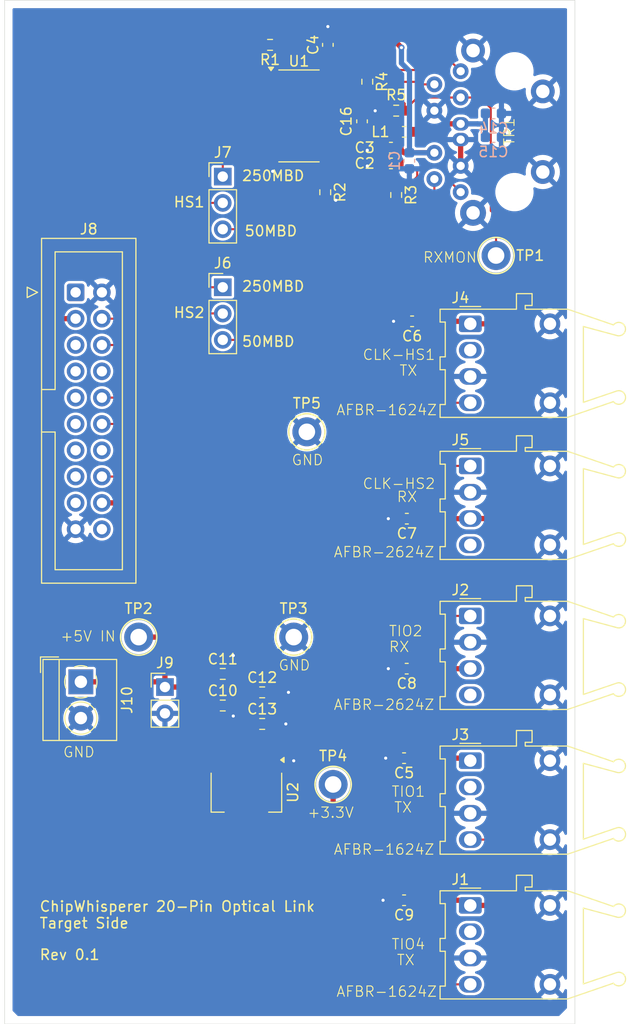
<source format=kicad_pcb>
(kicad_pcb (version 20240108) (generator "pcbnew") (generator_version "8.0")
  (layers (0 "F.Cu" signal) (31 "B.Cu" signal) (34 "B.Paste" user) (35 "F.Paste" user) (36 "B.SilkS" user "B.Silkscreen") (37 "F.SilkS" user "F.Silkscreen") (38 "B.Mask" user) (39 "F.Mask" user) (44 "Edge.Cuts" user))
  (net 0 "")
  (net 1 "GND")
  (net 2 "VCC")
  (net 3 "Net-(J10-Pin_1)")
  (net 4 "Net-(J6-Pin_1)")
  (net 5 "Net-(J5-Data_Out)")
  (net 6 "Net-(J7-Pin_1)")
  (net 7 "Net-(J4-Data_in)")
  (net 10 "/CWPins/TG_SCK")
  (net 11 "/CWPins/TG_nRST")
  (net 13 "RXIN")
  (net 14 "/CWPins/TG_MOSI")
  (net 15 "/CWPins/TG_MISO")
  (net 17 "/CWPins/TG_TIO3")
  (net 19 "TRIGOUT")
  (net 20 "TXOUT")
  (net 21 "/CWPins/TG_CS")
  (net 22 "Net-(U1-DE)")
  (net 23 "Net-(U1-~{RE})")
  (net 24 "Net-(TR1-DI-)")
  (net 25 "Net-(TR1-DI+)")
  (net 26 "Net-(TR1-RD-)")
  (net 27 "Net-(TR1-RD+)")
  (net 28 "Net-(TR1-MON)")
  (net 38 "Net-(TR1-VDD_RX)")
  (net 39 "CLKTOCW_HS1")
  (net 40 "CLKFROMCW_HS2")
  (footprint "Resistor_SMD:R_0603_1608Metric" (layer "F.Cu") (at 161.544 120.396)
    (property "Reference" "C13" (at 0 -1.43 0) (layer "F.SilkS"))
    (property "Value" "2u2")
    (pad "1" smd roundrect (at -0.825 0) (size 0.8 0.95) (layers "F.Cu" "F.Paste" "F.Mask") (net 2 "VCC"))
    (pad "2" smd roundrect (at 0.825 0) (size 0.8 0.95) (layers "F.Cu" "F.Paste" "F.Mask") (net 1 "GND"))
  )
  (footprint "Package_TO_SOT_SMD:SOT-223-3_TabPin2" (layer "F.Cu") (at 160.02 127 -90)
    (property "Reference" "U2" (at 0 -4.5 90) (layer "F.SilkS"))
    (property "Value" "LD1117S33TR_SOT223")
    (pad "1" smd roundrect (at -3.15 -2.3 270) (size 2 1.5) (layers "F.Cu" "F.Paste" "F.Mask") (net 1 "GND"))
    (pad "2" smd roundrect (at -3.15 0 270) (size 2 1.5) (layers "F.Cu" "F.Paste" "F.Mask") (net 2 "VCC"))
    (pad "2" smd roundrect (at 3.15 0 270) (size 2 3.8) (layers "F.Cu" "F.Paste" "F.Mask") (net 2 "VCC"))
    (pad "3" smd roundrect (at -3.15 2.3 270) (size 2 1.5) (layers "F.Cu" "F.Paste" "F.Mask") (net 3 "Net-(J10-Pin_1)"))
  )
  (footprint "Resistor_SMD:R_0603_1608Metric" (layer "F.Cu") (at 161.544 117.348)
    (property "Reference" "C12" (at 0 -1.43 0) (layer "F.SilkS"))
    (property "Value" "100n")
    (pad "1" smd roundrect (at -0.825 0) (size 0.8 0.95) (layers "F.Cu" "F.Paste" "F.Mask") (net 2 "VCC"))
    (pad "2" smd roundrect (at 0.825 0) (size 0.8 0.95) (layers "F.Cu" "F.Paste" "F.Mask") (net 1 "GND"))
  )
  (footprint "Resistor_SMD:R_0603_1608Metric" (layer "F.Cu") (at 167.64 69.076 -90)
    (property "Reference" "R2" (at 0 -1.43 90) (layer "F.SilkS"))
    (property "Value" "1K")
    (pad "1" smd roundrect (at -0.825 0 270) (size 0.8 0.95) (layers "F.Cu" "F.Paste" "F.Mask") (net 23 "Net-(U1-~{RE})"))
    (pad "2" smd roundrect (at 0.825 0 270) (size 0.8 0.95) (layers "F.Cu" "F.Paste" "F.Mask") (net 1 "GND"))
  )
  (footprint "OptoDevice:Broadcom_AFBR-16xxZ_Horizontal" (layer "F.Cu") (at 181.661 123.94)
    (property "Reference" "J3" (at -0.96 -2.5 0) (layer "F.SilkS"))
    (property "Value" "AFBR-1624Z")
    (pad "1" thru_hole roundrect (at 0 0) (size 2.2 1.6) (drill 1.2) (layers "*.Cu" "*.Mask") (roundrect_rratio 0.156) (net 2 "VCC"))
    (pad "2" thru_hole oval (at 0 2.54) (size 2.2 1.6) (drill 1.2) (layers "*.Cu" "*.Mask"))
    (pad "3" thru_hole oval (at 0 5.08) (size 2.2 1.6) (drill 1.2) (layers "*.Cu" "*.Mask") (net 1 "GND"))
    (pad "4" thru_hole oval (at 0 7.62) (size 2.2 1.6) (drill 1.2) (layers "*.Cu" "*.Mask") (net 20 "TXOUT"))
    (pad "5" thru_hole circle (at 7.7 7.62) (size 2 2) (drill 1.2) (layers "*.Cu" "*.Mask") (net 1 "GND"))
    (pad "8" thru_hole circle (at 7.7 0) (size 2 2) (drill 1.2) (layers "*.Cu" "*.Mask") (net 1 "GND"))
  )
  (footprint "Package_SO:SOIC-14_3.9x8.7mm_P1.27mm" (layer "F.Cu") (at 165.1 61.71)
    (property "Reference" "U1" (at 0 -5.28 0) (layer "F.SilkS"))
    (property "Value" "FIN1019M")
    (pad "1" smd roundrect (at -2.475 -3.81) (size 1.95 0.6) (layers "F.Cu" "F.Paste" "F.Mask") (net 22 "Net-(U1-DE)"))
    (pad "2" smd roundrect (at -2.475 -2.54) (size 1.95 0.6) (layers "F.Cu" "F.Paste" "F.Mask") (net 6 "Net-(J7-Pin_1)"))
    (pad "3" smd roundrect (at -2.475 -1.27) (size 1.95 0.6) (layers "F.Cu" "F.Paste" "F.Mask"))
    (pad "4" smd roundrect (at -2.475 0) (size 1.95 0.6) (layers "F.Cu" "F.Paste" "F.Mask") (net 4 "Net-(J6-Pin_1)"))
    (pad "5" smd roundrect (at -2.475 1.27) (size 1.95 0.6) (layers "F.Cu" "F.Paste" "F.Mask"))
    (pad "6" smd roundrect (at -2.475 2.54) (size 1.95 0.6) (layers "F.Cu" "F.Paste" "F.Mask"))
    (pad "7" smd roundrect (at -2.475 3.81) (size 1.95 0.6) (layers "F.Cu" "F.Paste" "F.Mask") (net 1 "GND"))
    (pad "8" smd roundrect (at 2.475 3.81) (size 1.95 0.6) (layers "F.Cu" "F.Paste" "F.Mask") (net 23 "Net-(U1-~{RE})"))
    (pad "9" smd roundrect (at 2.475 2.54) (size 1.95 0.6) (layers "F.Cu" "F.Paste" "F.Mask") (net 26 "Net-(TR1-RD-)"))
    (pad "10" smd roundrect (at 2.475 1.27) (size 1.95 0.6) (layers "F.Cu" "F.Paste" "F.Mask") (net 27 "Net-(TR1-RD+)"))
    (pad "11" smd roundrect (at 2.475 0) (size 1.95 0.6) (layers "F.Cu" "F.Paste" "F.Mask") (net 24 "Net-(TR1-DI-)"))
    (pad "12" smd roundrect (at 2.475 -1.27) (size 1.95 0.6) (layers "F.Cu" "F.Paste" "F.Mask") (net 25 "Net-(TR1-DI+)"))
    (pad "13" smd roundrect (at 2.475 -2.54) (size 1.95 0.6) (layers "F.Cu" "F.Paste" "F.Mask"))
    (pad "14" smd roundrect (at 2.475 -3.81) (size 1.95 0.6) (layers "F.Cu" "F.Paste" "F.Mask") (net 2 "VCC"))
  )
  (footprint "TestPoint:TestPoint_Keystone_5005-5009_Compact" (layer "F.Cu") (at 149.606 112.014)
    (property "Reference" "TP2" (at 0 -2.75 0) (layer "F.SilkS"))
    (property "Value" "TestPoint")
    (pad "1" thru_hole circle (at 0 0) (size 2.8 2.8) (drill 1.6) (layers "*.Cu" "*.Mask") (net 3 "Net-(J10-Pin_1)"))
  )
  (footprint "TestPoint:TestPoint_Keystone_5005-5009_Compact" (layer "F.Cu") (at 184.15 75.184)
    (property "Reference" "TP1" (at 3.302 0 0) (layer "F.SilkS"))
    (property "Value" "TestPoint")
    (pad "1" thru_hole circle (at 0 0) (size 2.8 2.8) (drill 1.6) (layers "*.Cu" "*.Mask") (net 28 "Net-(TR1-MON)"))
  )
  (footprint "Capacitor_SMD:C_0603_1608Metric" (layer "F.Cu") (at 176.035 81.534 180)
    (property "Reference" "C6" (at 0 -1.43 180) (layer "F.SilkS"))
    (property "Value" "100n")
    (pad "1" smd roundrect (at -0.775 0 180) (size 0.9 0.95) (layers "F.Cu" "F.Paste" "F.Mask") (net 2 "VCC"))
    (pad "2" smd roundrect (at 0.775 0 180) (size 0.9 0.95) (layers "F.Cu" "F.Paste" "F.Mask") (net 1 "GND"))
  )
  (footprint "OptoDevice:Broadcom_AFBR-16xxZ_Horizontal" (layer "F.Cu") (at 181.661 95.492)
    (property "Reference" "J5" (at -0.96 -2.5 0) (layer "F.SilkS"))
    (property "Value" "AFBR-2624Z")
    (pad "1" thru_hole roundrect (at 0 0) (size 2.2 1.6) (drill 1.2) (layers "*.Cu" "*.Mask") (roundrect_rratio 0.156) (net 5 "Net-(J5-Data_Out)"))
    (pad "2" thru_hole oval (at 0 2.54) (size 2.2 1.6) (drill 1.2) (layers "*.Cu" "*.Mask") (net 1 "GND"))
    (pad "3" thru_hole oval (at 0 5.08) (size 2.2 1.6) (drill 1.2) (layers "*.Cu" "*.Mask") (net 2 "VCC"))
    (pad "4" thru_hole oval (at 0 7.62) (size 2.2 1.6) (drill 1.2) (layers "*.Cu" "*.Mask"))
    (pad "5" thru_hole circle (at 7.7 7.62) (size 2 2) (drill 1.2) (layers "*.Cu" "*.Mask") (net 1 "GND"))
    (pad "8" thru_hole circle (at 7.7 0) (size 2 2) (drill 1.2) (layers "*.Cu" "*.Mask") (net 1 "GND"))
  )
  (footprint "Capacitor_SMD:C_0603_1608Metric" (layer "F.Cu") (at 175.527 100.584 180)
    (property "Reference" "C7" (at 0 -1.43 180) (layer "F.SilkS"))
    (property "Value" "100n")
    (pad "1" smd roundrect (at -0.775 0 180) (size 0.9 0.95) (layers "F.Cu" "F.Paste" "F.Mask") (net 2 "VCC"))
    (pad "2" smd roundrect (at 0.775 0 180) (size 0.9 0.95) (layers "F.Cu" "F.Paste" "F.Mask") (net 1 "GND"))
  )
  (footprint "TestPoint:TestPoint_Keystone_5005-5009_Compact" (layer "F.Cu") (at 165.862 92.202)
    (property "Reference" "TP5" (at 0 -2.75 0) (layer "F.SilkS"))
    (property "Value" "TestPoint")
    (pad "1" thru_hole circle (at 0 0) (size 2.8 2.8) (drill 1.6) (layers "*.Cu" "*.Mask") (net 1 "GND"))
  )
  (footprint "Connector_IDC:IDC-Header_2x10_P2.54mm_Vertical" (layer "F.Cu") (at 143.51 78.74)
    (property "Reference" "J8" (at 1.27 -6.1 0) (layer "F.SilkS"))
    (property "Value" "Conn_02x10_Odd_Even")
    (pad "1" thru_hole roundrect (at 0 0) (size 1.7 1.7) (drill 1) (layers "*.Cu" "*.Mask") (roundrect_rratio 0.147059))
    (pad "2" thru_hole circle (at 2.54 0) (size 1.7 1.7) (drill 1) (layers "*.Cu" "*.Mask") (net 1 "GND"))
    (pad "3" thru_hole circle (at 0 2.54) (size 1.7 1.7) (drill 1) (layers "*.Cu" "*.Mask") (net 2 "VCC"))
    (pad "4" thru_hole circle (at 2.54 2.54) (size 1.7 1.7) (drill 1) (layers "*.Cu" "*.Mask") (net 39 "CLKTOCW_HS1"))
    (pad "5" thru_hole circle (at 0 5.08) (size 1.7 1.7) (drill 1) (layers "*.Cu" "*.Mask") (net 11 "/CWPins/TG_nRST"))
    (pad "6" thru_hole circle (at 2.54 5.08) (size 1.7 1.7) (drill 1) (layers "*.Cu" "*.Mask") (net 40 "CLKFROMCW_HS2"))
    (pad "7" thru_hole circle (at 0 7.62) (size 1.7 1.7) (drill 1) (layers "*.Cu" "*.Mask") (net 15 "/CWPins/TG_MISO"))
    (pad "8" thru_hole circle (at 2.54 7.62) (size 1.7 1.7) (drill 1) (layers "*.Cu" "*.Mask"))
    (pad "9" thru_hole circle (at 0 10.16) (size 1.7 1.7) (drill 1) (layers "*.Cu" "*.Mask") (net 14 "/CWPins/TG_MOSI"))
    (pad "10" thru_hole circle (at 2.54 10.16) (size 1.7 1.7) (drill 1) (layers "*.Cu" "*.Mask") (net 20 "TXOUT"))
    (pad "11" thru_hole circle (at 0 12.7) (size 1.7 1.7) (drill 1) (layers "*.Cu" "*.Mask") (net 10 "/CWPins/TG_SCK"))
    (pad "12" thru_hole circle (at 2.54 12.7) (size 1.7 1.7) (drill 1) (layers "*.Cu" "*.Mask") (net 13 "RXIN"))
    (pad "13" thru_hole circle (at 0 15.24) (size 1.7 1.7) (drill 1) (layers "*.Cu" "*.Mask") (net 21 "/CWPins/TG_CS"))
    (pad "14" thru_hole circle (at 2.54 15.24) (size 1.7 1.7) (drill 1) (layers "*.Cu" "*.Mask") (net 17 "/CWPins/TG_TIO3"))
    (pad "15" thru_hole circle (at 0 17.78) (size 1.7 1.7) (drill 1) (layers "*.Cu" "*.Mask"))
    (pad "16" thru_hole circle (at 2.54 17.78) (size 1.7 1.7) (drill 1) (layers "*.Cu" "*.Mask") (net 19 "TRIGOUT"))
    (pad "17" thru_hole circle (at 0 20.32) (size 1.7 1.7) (drill 1) (layers "*.Cu" "*.Mask"))
    (pad "18" thru_hole circle (at 2.54 20.32) (size 1.7 1.7) (drill 1) (layers "*.Cu" "*.Mask") (net 2 "VCC"))
    (pad "19" thru_hole circle (at 0 22.86) (size 1.7 1.7) (drill 1) (layers "*.Cu" "*.Mask") (net 1 "GND"))
    (pad "20" thru_hole circle (at 2.54 22.86) (size 1.7 1.7) (drill 1) (layers "*.Cu" "*.Mask"))
  )
  (footprint "Connector_PinHeader_2.54mm:PinHeader_1x02_P2.54mm_Vertical" (layer "F.Cu") (at 152.146 116.835)
    (property "Reference" "J9" (at 0 -2.33 0) (layer "F.SilkS"))
    (property "Value" "Conn_01x02")
    (pad "1" thru_hole rect (at 0 0) (size 1.7 1.7) (drill 1) (layers "*.Cu" "*.Mask") (net 3 "Net-(J10-Pin_1)"))
    (pad "2" thru_hole oval (at 0 2.54) (size 1.7 1.7) (drill 1) (layers "*.Cu" "*.Mask") (net 1 "GND"))
  )
  (footprint "Resistor_SMD:R_0603_1608Metric" (layer "F.Cu") (at 171.704 58.408 -90)
    (property "Reference" "R4" (at 0 -1.43 90) (layer "F.SilkS"))
    (property "Value" "120R")
    (pad "1" smd roundrect (at -0.825 0 270) (size 0.8 0.95) (layers "F.Cu" "F.Paste" "F.Mask") (net 27 "Net-(TR1-RD+)"))
    (pad "2" smd roundrect (at 0.825 0 270) (size 0.8 0.95) (layers "F.Cu" "F.Paste" "F.Mask") (net 26 "Net-(TR1-RD-)"))
  )
  (footprint "Capacitor_SMD:C_0603_1608Metric" (layer "F.Cu") (at 175.514 115.062 180)
    (property "Reference" "C8" (at 0 -1.43 180) (layer "F.SilkS"))
    (property "Value" "100n")
    (pad "1" smd roundrect (at -0.775 0 180) (size 0.9 0.95) (layers "F.Cu" "F.Paste" "F.Mask") (net 2 "VCC"))
    (pad "2" smd roundrect (at 0.775 0 180) (size 0.9 0.95) (layers "F.Cu" "F.Paste" "F.Mask") (net 1 "GND"))
  )
  (footprint "Capacitor_SMD:C_0603_1608Metric" (layer "F.Cu") (at 173.99 64.77 180)
    (property "Reference" "C3" (at 2.54 0 180) (layer "F.SilkS"))
    (property "Value" "2u2")
    (pad "1" smd roundrect (at -0.775 0 180) (size 0.9 0.95) (layers "F.Cu" "F.Paste" "F.Mask") (net 2 "VCC"))
    (pad "2" smd roundrect (at 0.775 0 180) (size 0.9 0.95) (layers "F.Cu" "F.Paste" "F.Mask") (net 1 "GND"))
  )
  (footprint "TerminalBlock_4Ucon:TerminalBlock_4Ucon_1x02_P3.50mm_Horizontal" (layer "F.Cu") (at 144.018 116.332 -90)
    (property "Reference" "J10" (at 1.75 -4.46 90) (layer "F.SilkS"))
    (property "Value" "Screw_Terminal_01x02")
    (pad "1" thru_hole rect (at 0 0 270) (size 2.4 2.4) (drill 1.2) (layers "*.Cu" "*.Mask") (net 3 "Net-(J10-Pin_1)"))
    (pad "2" thru_hole circle (at 3.5 0 270) (size 2.4 2.4) (drill 1.2) (layers "*.Cu" "*.Mask") (net 1 "GND"))
  )
  (footprint "Connector_PinHeader_2.54mm:PinHeader_1x03_P2.54mm_Vertical" (layer "F.Cu") (at 157.734 78.247)
    (property "Reference" "J6" (at 0 -2.33 0) (layer "F.SilkS"))
    (property "Value" "Conn_01x03")
    (pad "1" thru_hole rect (at 0 0) (size 1.7 1.7) (drill 1) (layers "*.Cu" "*.Mask") (net 4 "Net-(J6-Pin_1)"))
    (pad "2" thru_hole oval (at 0 2.54) (size 1.7 1.7) (drill 1) (layers "*.Cu" "*.Mask") (net 40 "CLKFROMCW_HS2"))
    (pad "3" thru_hole oval (at 0 5.08) (size 1.7 1.7) (drill 1) (layers "*.Cu" "*.Mask") (net 5 "Net-(J5-Data_Out)"))
  )
  (footprint "Resistor_SMD:R_0603_1608Metric" (layer "F.Cu") (at 157.734 118.618)
    (property "Reference" "C10" (at 0 -1.43 0) (layer "F.SilkS"))
    (property "Value" "2u2")
    (pad "1" smd roundrect (at -0.825 0) (size 0.8 0.95) (layers "F.Cu" "F.Paste" "F.Mask") (net 3 "Net-(J10-Pin_1)"))
    (pad "2" smd roundrect (at 0.825 0) (size 0.8 0.95) (layers "F.Cu" "F.Paste" "F.Mask") (net 1 "GND"))
  )
  (footprint "Resistor_SMD:R_0603_1608Metric" (layer "F.Cu") (at 174.498 61.202 180)
    (property "Reference" "R5" (at 0 1.512 180) (layer "F.SilkS"))
    (property "Value" "2K")
    (pad "1" smd roundrect (at -0.825 0 180) (size 0.8 0.95) (layers "F.Cu" "F.Paste" "F.Mask") (net 28 "Net-(TR1-MON)"))
    (pad "2" smd roundrect (at 0.825 0 180) (size 0.8 0.95) (layers "F.Cu" "F.Paste" "F.Mask") (net 1 "GND"))
  )
  (footprint "Capacitor_SMD:C_0603_1608Metric" (layer "F.Cu") (at 173.99 66.294 180)
    (property "Reference" "C2" (at 2.54 0 180) (layer "F.SilkS"))
    (property "Value" "100n")
    (pad "1" smd roundrect (at -0.775 0 180) (size 0.9 0.95) (layers "F.Cu" "F.Paste" "F.Mask") (net 2 "VCC"))
    (pad "2" smd roundrect (at 0.775 0 180) (size 0.9 0.95) (layers "F.Cu" "F.Paste" "F.Mask") (net 1 "GND"))
  )
  (footprint "Inductor_SMD:L_0603_1608Metric" (layer "F.Cu") (at 175.26 63.246)
    (property "Reference" "L1" (at -2.286 0 0) (layer "F.SilkS"))
    (property "Value" "L")
    (pad "1" smd roundrect (at -0.7875 0) (size 0.875 0.95) (layers "F.Cu" "F.Paste" "F.Mask") (net 2 "VCC"))
    (pad "2" smd roundrect (at 0.7875 0) (size 0.875 0.95) (layers "F.Cu" "F.Paste" "F.Mask") (net 38 "Net-(TR1-VDD_RX)"))
  )
  (footprint "TestPoint:TestPoint_Keystone_5005-5009_Compact" (layer "F.Cu") (at 168.402 126.238)
    (property "Reference" "TP4" (at 0 -2.75 0) (layer "F.SilkS"))
    (property "Value" "TestPoint")
    (pad "1" thru_hole circle (at 0 0) (size 2.8 2.8) (drill 1.6) (layers "*.Cu" "*.Mask") (net 2 "VCC"))
  )
  (footprint "OptoDevice:Broadcom_AFBR-16xxZ_Horizontal" (layer "F.Cu") (at 181.661 81.776)
    (property "Reference" "J4" (at -0.96 -2.5 0) (layer "F.SilkS"))
    (property "Value" "AFBR-1624Z")
    (pad "1" thru_hole roundrect (at 0 0) (size 2.2 1.6) (drill 1.2) (layers "*.Cu" "*.Mask") (roundrect_rratio 0.156) (net 2 "VCC"))
    (pad "2" thru_hole oval (at 0 2.54) (size 2.2 1.6) (drill 1.2) (layers "*.Cu" "*.Mask"))
    (pad "3" thru_hole oval (at 0 5.08) (size 2.2 1.6) (drill 1.2) (layers "*.Cu" "*.Mask") (net 1 "GND"))
    (pad "4" thru_hole oval (at 0 7.62) (size 2.2 1.6) (drill 1.2) (layers "*.Cu" "*.Mask") (net 7 "Net-(J4-Data_in)"))
    (pad "5" thru_hole circle (at 7.7 7.62) (size 2 2) (drill 1.2) (layers "*.Cu" "*.Mask") (net 1 "GND"))
    (pad "8" thru_hole circle (at 7.7 0) (size 2 2) (drill 1.2) (layers "*.Cu" "*.Mask") (net 1 "GND"))
  )
  (footprint "Capacitor_SMD:C_0603_1608Metric" (layer "F.Cu") (at 175.26 123.698 180)
    (property "Reference" "C5" (at 0 -1.43 180) (layer "F.SilkS"))
    (property "Value" "100n")
    (pad "1" smd roundrect (at -0.775 0 180) (size 0.9 0.95) (layers "F.Cu" "F.Paste" "F.Mask") (net 2 "VCC"))
    (pad "2" smd roundrect (at 0.775 0 180) (size 0.9 0.95) (layers "F.Cu" "F.Paste" "F.Mask") (net 1 "GND"))
  )
  (footprint "Resistor_SMD:R_0603_1608Metric" (layer "F.Cu") (at 174.498 69.342 -90)
    (property "Reference" "R3" (at 0 -1.43 90) (layer "F.SilkS"))
    (property "Value" "120R")
    (pad "1" smd roundrect (at -0.825 0 270) (size 0.8 0.95) (layers "F.Cu" "F.Paste" "F.Mask") (net 24 "Net-(TR1-DI-)"))
    (pad "2" smd roundrect (at 0.825 0 270) (size 0.8 0.95) (layers "F.Cu" "F.Paste" "F.Mask") (net 25 "Net-(TR1-DI+)"))
  )
  (footprint "OptoDevice:Broadcom_AFBR-16xxZ_Horizontal" (layer "F.Cu") (at 181.661 109.97)
    (property "Reference" "J2" (at -0.96 -2.5 0) (layer "F.SilkS"))
    (property "Value" "AFBR-2624Z")
    (pad "1" thru_hole roundrect (at 0 0) (size 2.2 1.6) (drill 1.2) (layers "*.Cu" "*.Mask") (roundrect_rratio 0.156) (net 13 "RXIN"))
    (pad "2" thru_hole oval (at 0 2.54) (size 2.2 1.6) (drill 1.2) (layers "*.Cu" "*.Mask") (net 1 "GND"))
    (pad "3" thru_hole oval (at 0 5.08) (size 2.2 1.6) (drill 1.2) (layers "*.Cu" "*.Mask") (net 2 "VCC"))
    (pad "4" thru_hole oval (at 0 7.62) (size 2.2 1.6) (drill 1.2) (layers "*.Cu" "*.Mask"))
    (pad "5" thru_hole circle (at 7.7 7.62) (size 2 2) (drill 1.2) (layers "*.Cu" "*.Mask") (net 1 "GND"))
    (pad "8" thru_hole circle (at 7.7 0) (size 2 2) (drill 1.2) (layers "*.Cu" "*.Mask") (net 1 "GND"))
  )
  (footprint "Capacitor_SMD:C_0603_1608Metric" (layer "F.Cu") (at 175.26 137.414 180)
    (property "Reference" "C9" (at 0 -1.43 180) (layer "F.SilkS"))
    (property "Value" "100n")
    (pad "1" smd roundrect (at -0.775 0 180) (size 0.9 0.95) (layers "F.Cu" "F.Paste" "F.Mask") (net 2 "VCC"))
    (pad "2" smd roundrect (at 0.775 0 180) (size 0.9 0.95) (layers "F.Cu" "F.Paste" "F.Mask") (net 1 "GND"))
  )
  (footprint "Capacitor_SMD:C_0603_1608Metric" (layer "F.Cu") (at 171.196 62.23 -90)
    (property "Reference" "C16" (at 0 1.524 90) (layer "F.SilkS"))
    (property "Value" "100n")
    (pad "1" smd roundrect (at -0.775 0 270) (size 0.9 0.95) (layers "F.Cu" "F.Paste" "F.Mask") (net 28 "Net-(TR1-MON)"))
    (pad "2" smd roundrect (at 0.775 0 270) (size 0.9 0.95) (layers "F.Cu" "F.Paste" "F.Mask") (net 1 "GND"))
  )
  (footprint "Resistor_SMD:R_0603_1608Metric" (layer "F.Cu") (at 162.306 54.852 180)
    (property "Reference" "R1" (at 0 -1.43 180) (layer "F.SilkS"))
    (property "Value" "1K")
    (pad "1" smd roundrect (at -0.825 0 180) (size 0.8 0.95) (layers "F.Cu" "F.Paste" "F.Mask") (net 2 "VCC"))
    (pad "2" smd roundrect (at 0.825 0 180) (size 0.8 0.95) (layers "F.Cu" "F.Paste" "F.Mask") (net 22 "Net-(U1-DE)"))
  )
  (footprint "Connector_PinHeader_2.54mm:PinHeader_1x03_P2.54mm_Vertical" (layer "F.Cu") (at 157.734 67.564)
    (property "Reference" "J7" (at 0 -2.33 0) (layer "F.SilkS"))
    (property "Value" "Conn_01x03")
    (pad "1" thru_hole rect (at 0 0) (size 1.7 1.7) (drill 1) (layers "*.Cu" "*.Mask") (net 6 "Net-(J7-Pin_1)"))
    (pad "2" thru_hole oval (at 0 2.54) (size 1.7 1.7) (drill 1) (layers "*.Cu" "*.Mask") (net 39 "CLKTOCW_HS1"))
    (pad "3" thru_hole oval (at 0 5.08) (size 1.7 1.7) (drill 1) (layers "*.Cu" "*.Mask") (net 7 "Net-(J4-Data_in)"))
  )
  (footprint "OptoDevice:Broadcom_AFBR-16xxZ_Horizontal" (layer "F.Cu") (at 181.661 137.91)
    (property "Reference" "J1" (at -0.96 -2.5 0) (layer "F.SilkS"))
    (property "Value" "AFBR-1624Z")
    (pad "1" thru_hole roundrect (at 0 0) (size 2.2 1.6) (drill 1.2) (layers "*.Cu" "*.Mask") (roundrect_rratio 0.156) (net 2 "VCC"))
    (pad "2" thru_hole oval (at 0 2.54) (size 2.2 1.6) (drill 1.2) (layers "*.Cu" "*.Mask"))
    (pad "3" thru_hole oval (at 0 5.08) (size 2.2 1.6) (drill 1.2) (layers "*.Cu" "*.Mask") (net 1 "GND"))
    (pad "4" thru_hole oval (at 0 7.62) (size 2.2 1.6) (drill 1.2) (layers "*.Cu" "*.Mask") (net 19 "TRIGOUT"))
    (pad "5" thru_hole circle (at 7.7 7.62) (size 2 2) (drill 1.2) (layers "*.Cu" "*.Mask") (net 1 "GND"))
    (pad "8" thru_hole circle (at 7.7 0) (size 2 2) (drill 1.2) (layers "*.Cu" "*.Mask") (net 1 "GND"))
  )
  (footprint "Capacitor_SMD:C_0603_1608Metric" (layer "F.Cu") (at 167.894 54.852 90)
    (property "Reference" "C4" (at 0 -1.43 -90) (layer "F.SilkS"))
    (property "Value" "100n")
    (pad "1" smd roundrect (at -0.775 0 90) (size 0.9 0.95) (layers "F.Cu" "F.Paste" "F.Mask") (net 2 "VCC"))
    (pad "2" smd roundrect (at 0.775 0 90) (size 0.9 0.95) (layers "F.Cu" "F.Paste" "F.Mask") (net 1 "GND"))
  )
  (footprint "AFBR-59F2Z:AFBR-59F2Z" (layer "F.Cu") (at 185.928 63.234 90)
    (property "Reference" "TR1" (at 0 -0.5 90) (layer "F.SilkS") (effects (font (thickness 0.1))))
    (property "Value" "AFBR-59F2Z")
    (pad "" np_thru_hole circle (at -5.83 0 90) (size 3.2 3.2) (drill 3.2) (layers "F&B.Cu" "*.Mask"))
    (pad "" np_thru_hole circle (at 5.83 0 90) (size 3.2 3.2) (drill 3.2) (layers "F&B.Cu" "*.Mask"))
    (pad "1" thru_hole circle (at -5.83 -5.2 90) (size 1.524 1.524) (drill 0.8) (layers "*.Cu" "*.Mask") (net 24 "Net-(TR1-DI-)"))
    (pad "2" thru_hole circle (at -4.57 -7.74 90) (size 1.524 1.524) (drill 0.8) (layers "*.Cu" "*.Mask") (net 25 "Net-(TR1-DI+)"))
    (pad "3" thru_hole circle (at -3.3 -5.2 90) (size 1.524 1.524) (drill 0.8) (layers "*.Cu" "*.Mask") (net 1 "GND"))
    (pad "4" thru_hole circle (at -2.03 -7.74 90) (size 1.524 1.524) (drill 0.8) (layers "*.Cu" "*.Mask") (net 2 "VCC"))
    (pad "5" thru_hole oval (at -0.76 -5.2 90) (size 1.3 1.6) (drill 0.8) (layers "*.Cu" "*.Mask") (net 1 "GND"))
    (pad "6" thru_hole oval (at 0.76 -5.2 90) (size 1.3 1.6) (drill 0.8) (layers "*.Cu" "*.Mask") (net 38 "Net-(TR1-VDD_RX)"))
    (pad "7" thru_hole circle (at 2.03 -7.74 90) (size 1.524 1.524) (drill 0.8) (layers "*.Cu" "*.Mask") (net 1 "GND"))
    (pad "8" thru_hole circle (at 3.3 -5.2 90) (size 1.524 1.524) (drill 0.8) (layers "*.Cu" "*.Mask") (net 28 "Net-(TR1-MON)"))
    (pad "9" thru_hole circle (at 4.57 -7.74 90) (size 1.524 1.524) (drill 0.8) (layers "*.Cu" "*.Mask") (net 26 "Net-(TR1-RD-)"))
    (pad "10" thru_hole circle (at 5.84 -5.2 90) (size 1.524 1.524) (drill 0.8) (layers "*.Cu" "*.Mask") (net 27 "Net-(TR1-RD+)"))
    (pad "11" thru_hole circle (at -7.83 -4 90) (size 2.5 2.5) (drill 1.3) (layers "*.Cu" "*.Mask") (net 1 "GND"))
    (pad "12" thru_hole circle (at 7.83 -4 90) (size 2.3 2.3) (drill 1.3) (layers "*.Cu" "*.Mask") (net 1 "GND"))
    (pad "13" thru_hole circle (at -3.89 2.74 90) (size 2.3 2.3) (drill 1.3) (layers "*.Cu" "*.Mask") (net 1 "GND"))
    (pad "14" thru_hole circle (at 3.89 2.74 90) (size 2.3 2.3) (drill 1.3) (layers "*.Cu" "*.Mask") (net 1 "GND"))
  )
  (footprint "TestPoint:TestPoint_Keystone_5005-5009_Compact" (layer "F.Cu") (at 164.592 112.014)
    (property "Reference" "TP3" (at 0 -2.75 0) (layer "F.SilkS"))
    (property "Value" "TestPoint")
    (pad "1" thru_hole circle (at 0 0) (size 2.8 2.8) (drill 1.6) (layers "*.Cu" "*.Mask") (net 1 "GND"))
  )
  (footprint "Resistor_SMD:R_0603_1608Metric" (layer "F.Cu") (at 157.734 115.57)
    (property "Reference" "C11" (at 0 -1.43 0) (layer "F.SilkS"))
    (property "Value" "100n")
    (pad "1" smd roundrect (at -0.825 0) (size 0.8 0.95) (layers "F.Cu" "F.Paste" "F.Mask") (net 3 "Net-(J10-Pin_1)"))
    (pad "2" smd roundrect (at 0.825 0) (size 0.8 0.95) (layers "F.Cu" "F.Paste" "F.Mask") (net 1 "GND"))
  )
  (footprint "Capacitor_SMD:C_0603_1608Metric" (layer "B.Cu") (at 175.768 66.04 -90)
    (property "Reference" "C1" (at 0 1.43 90) (layer "B.SilkS") (effects (justify mirror)))
    (property "Value" "100n")
    (pad "1" smd roundrect (at -0.775 0 270) (size 0.9 0.95) (layers "B.Cu" "B.Paste" "B.Mask") (net 2 "VCC"))
    (pad "2" smd roundrect (at 0.775 0 270) (size 0.9 0.95) (layers "B.Cu" "B.Paste" "B.Mask") (net 1 "GND"))
  )
  (footprint "Capacitor_SMD:C_0603_1608Metric" (layer "B.Cu") (at 183.896 63.754)
    (property "Reference" "C15" (at 0 1.43 0) (layer "B.SilkS") (effects (justify mirror)))
    (property "Value" "2u2")
    (pad "1" smd roundrect (at -0.775 0) (size 0.9 0.95) (layers "B.Cu" "B.Paste" "B.Mask") (net 38 "Net-(TR1-VDD_RX)"))
    (pad "2" smd roundrect (at 0.775 0) (size 0.9 0.95) (layers "B.Cu" "B.Paste" "B.Mask") (net 1 "GND"))
  )
  (footprint "Capacitor_SMD:C_0603_1608Metric" (layer "B.Cu") (at 183.896 61.468)
    (property "Reference" "C14" (at 0 1.43 0) (layer "B.SilkS") (effects (justify mirror)))
    (property "Value" "100n")
    (pad "1" smd roundrect (at -0.775 0) (size 0.9 0.95) (layers "B.Cu" "B.Paste" "B.Mask") (net 38 "Net-(TR1-VDD_RX)"))
    (pad "2" smd roundrect (at 0.775 0) (size 0.9 0.95) (layers "B.Cu" "B.Paste" "B.Mask") (net 1 "GND"))
  )
  (gr_rect (start 136.652 50.546) (end 191.77 149.352) (stroke (width 0.05)) (fill none) (layer "Edge.Cuts"))
  (gr_text "TX" (at 174.752 86.868 0) (layer "F.SilkS") (effects (font (size 1 1) (thickness 0.1)) (justify left bottom)))
  (gr_text "Rev 0.1" (at 139.954 143.256 0) (layer "F.SilkS") (effects (font (size 1 1)) (justify left bottom)))
  (gr_text "250MBD" (at 159.512 68.072 0) (layer "F.SilkS") (effects (font (size 1 1)) (justify left bottom)))
  (gr_text "RXMON" (at 177.038 75.946 0) (layer "F.SilkS") (effects (font (size 1 1) (thickness 0.1)) (justify left bottom)))
  (gr_text "+5V IN" (at 141.986 112.522 0) (layer "F.SilkS") (effects (font (size 1 1) (thickness 0.1)) (justify left bottom)))
  (gr_text "GND" (at 164.338 95.504 0) (layer "F.SilkS") (effects (font (size 1 1) (thickness 0.1)) (justify left bottom)))
  (gr_text "AFBR-1624Z" (at 168.656 90.678 0) (layer "F.SilkS") (effects (font (size 1 1) (thickness 0.1)) (justify left bottom)))
  (gr_text "RX" (at 174.498 99.06 0) (layer "F.SilkS") (effects (font (size 1 1) (thickness 0.1)) (justify left bottom)))
  (gr_text "GND" (at 142.24 123.698 0) (layer "F.SilkS") (effects (font (size 1 1) (thickness 0.1)) (justify left bottom)))
  (gr_text "AFBR-2624Z" (at 168.402 104.394 0) (layer "F.SilkS") (effects (font (size 1 1) (thickness 0.1)) (justify left bottom)))
  (gr_text "TIO2" (at 173.736 112.014 0) (layer "F.SilkS") (effects (font (size 1 1) (thickness 0.1)) (justify left bottom)))
  (gr_text "TIO4" (at 173.99 142.24 0) (layer "F.SilkS") (effects (font (size 1 1) (thickness 0.1)) (justify left bottom)))
  (gr_text "HS2" (at 152.908 81.28 0) (layer "F.SilkS") (effects (font (size 1 1)) (justify left bottom)))
  (gr_text "AFBR-2624Z" (at 168.402 119.126 0) (layer "F.SilkS") (effects (font (size 1 1) (thickness 0.1)) (justify left bottom)))
  (gr_text "HS1" (at 152.908 70.612 0) (layer "F.SilkS") (effects (font (size 1 1)) (justify left bottom)))
  (gr_text "CLK-HS1" (at 171.196 85.344 0) (layer "F.SilkS") (effects (font (size 1 1) (thickness 0.1)) (justify left bottom)))
  (gr_text "AFBR-1624Z" (at 168.402 133.096 0) (layer "F.SilkS") (effects (font (size 1 1) (thickness 0.1)) (justify left bottom)))
  (gr_text "+3.3V" (at 165.862 129.54 0) (layer "F.SilkS") (effects (font (size 1 1) (thickness 0.1)) (justify left bottom)))
  (gr_text "AFBR-1624Z" (at 168.656 146.812 0) (layer "F.SilkS") (effects (font (size 1 1) (thickness 0.1)) (justify left bottom)))
  (gr_text "ChipWhisperer 20-Pin Optical Link\nTarget Side" (at 139.954 140.208 0) (layer "F.SilkS") (effects (font (size 1 1)) (justify left bottom)))
  (gr_text "50MBD" (at 159.512 84.074 0) (layer "F.SilkS") (effects (font (size 1 1)) (justify left bottom)))
  (gr_text "GND" (at 163.068 115.316 0) (layer "F.SilkS") (effects (font (size 1 1) (thickness 0.1)) (justify left bottom)))
  (gr_text "250MBD" (at 159.512 78.74 0) (layer "F.SilkS") (effects (font (size 1 1)) (justify left bottom)))
  (gr_text "CLK-HS2" (at 171.196 97.79 0) (layer "F.SilkS") (effects (font (size 1 1) (thickness 0.1)) (justify left bottom)))
  (gr_text "TX" (at 174.244 129.032 0) (layer "F.SilkS") (effects (font (size 1 1) (thickness 0.1)) (justify left bottom)))
  (gr_text "RX" (at 173.736 113.538 0) (layer "F.SilkS") (effects (font (size 1 1) (thickness 0.1)) (justify left bottom)))
  (gr_text "TIO1" (at 173.99 127.508 0) (layer "F.SilkS") (effects (font (size 1 1) (thickness 0.1)) (justify left bottom)))
  (gr_text "TX" (at 174.498 143.764 0) (layer "F.SilkS") (effects (font (size 1 1) (thickness 0.1)) (justify left bottom)))
  (gr_text "50MBD" (at 159.766 73.406 0) (layer "F.SilkS") (effects (font (size 1 1)) (justify left bottom)))
  (segment (start 158.559 113.983) (end 158.75 113.792) (width 0.508) (layer "F.Cu") (net 1))
  (segment (start 171.958 64.77) (end 171.704 65.024) (width 0.508) (layer "F.Cu") (net 1))
  (segment (start 173.673 61.202) (end 172.478 61.202) (width 0.2) (layer "F.Cu") (net 1))
  (segment (start 171.196 63.005) (end 171.196 64.516) (width 0.508) (layer "F.Cu") (net 1))
  (segment (start 173.215 66.294) (end 171.958 66.294) (width 0.508) (layer "F.Cu") (net 1))
  (segment (start 162.369 117.348) (end 164.084 117.348) (width 0.508) (layer "F.Cu") (net 1))
  (segment (start 174.485 137.414) (end 173.228 137.414) (width 0.508) (layer "F.Cu") (net 1))
  (segment (start 174.739 115.062) (end 173.736 115.062) (width 0.508) (layer "F.Cu") (net 1))
  (segment (start 158.559 118.618) (end 158.559 113.983) (width 0.508) (layer "F.Cu") (net 1))
  (segment (start 162.369 123.801) (end 162.32 123.85) (width 0.508) (layer "F.Cu") (net 1))
  (segment (start 180.728 66.534) (end 180.728 63.994) (width 0.508) (layer "F.Cu") (net 1))
  (segment (start 158.559 118.618) (end 158.559 119.443) (width 0.508) (layer "F.Cu") (net 1))
  (segment (start 167.894 54.077) (end 167.894 53.086) (width 0.508) (layer "F.Cu") (net 1))
  (segment (start 174.485 123.698) (end 173.482 123.698) (width 0.508) (layer "F.Cu") (net 1))
  (segment (start 162.625 66.991) (end 162.56 67.056) (width 0.508) (layer "F.Cu") (net 1))
  (segment (start 168.605 69.901) (end 168.656 69.85) (width 0.2) (layer "F.Cu") (net 1))
  (segment (start 167.64 69.901) (end 168.605 69.901) (width 0.2) (layer "F.Cu") (net 1))
  (segment (start 171.958 66.294) (end 171.704 66.548) (width 0.508) (layer "F.Cu") (net 1))
  (segment (start 162.369 120.396) (end 163.83 120.396) (width 0.508) (layer "F.Cu") (net 1))
  (segment (start 173.215 64.77) (end 171.958 64.77) (width 0.508) (layer "F.Cu") (net 1))
  (segment (start 162.32 123.85) (end 164.49 123.85) (width 0.508) (layer "F.Cu") (net 1))
  (segment (start 171.196 64.516) (end 171.704 65.024) (width 0.508) (layer "F.Cu") (net 1))
  (segment (start 164.49 123.85) (end 164.592 123.952) (width 0.508) (layer "F.Cu") (net 1))
  (segment (start 174.752 100.584) (end 173.736 100.584) (width 0.508) (layer "F.Cu") (net 1))
  (segment (start 172.478 61.202) (end 172.466 61.214) (width 0.2) (layer "F.Cu") (net 1))
  (segment (start 175.26 81.534) (end 174.244 81.534) (width 0.508) (layer "F.Cu") (net 1))
  (segment (start 162.625 65.52) (end 162.625 66.991) (width 0.508) (layer "F.Cu") (net 1))
  (segment (start 162.369 117.348) (end 162.369 123.801) (width 0.508) (layer "F.Cu") (net 1))
  (segment (start 158.559 119.443) (end 158.75 119.634) (width 0.508) (layer "F.Cu") (net 1))
  (via (at 172.466 61.214) (size 0.6) (drill 0.3) (layers "F.Cu" "B.Cu") (net 1))
  (via (at 167.894 53.086) (size 0.6) (drill 0.3) (layers "F.Cu" "B.Cu") (net 1))
  (via (at 173.482 123.698) (size 0.6) (drill 0.3) (layers "F.Cu" "B.Cu") (net 1))
  (via (at 162.56 67.056) (size 0.6) (drill 0.3) (layers "F.Cu" "B.Cu") (net 1))
  (via (at 168.656 69.85) (size 0.6) (drill 0.3) (layers "F.Cu" "B.Cu") (net 1))
  (via (at 164.084 117.348) (size 0.6) (drill 0.3) (layers "F.Cu" "B.Cu") (net 1))
  (via (at 173.228 137.414) (size 0.6) (drill 0.3) (layers "F.Cu" "B.Cu") (net 1))
  (via (at 163.83 120.396) (size 0.6) (drill 0.3) (layers "F.Cu" "B.Cu") (net 1))
  (via (at 158.75 119.634) (size 0.6) (drill 0.3) (layers "F.Cu" "B.Cu") (net 1))
  (via (at 173.736 100.584) (size 0.6) (drill 0.3) (layers "F.Cu" "B.Cu") (net 1))
  (via (at 164.592 123.952) (size 0.6) (drill 0.3) (layers "F.Cu" "B.Cu") (net 1))
  (via (at 174.244 81.534) (size 0.6) (drill 0.3) (layers "F.Cu" "B.Cu") (net 1))
  (via (at 171.704 66.548) (size 0.6) (drill 0.3) (layers "F.Cu" "B.Cu") (net 1))
  (via (at 158.75 113.792) (size 0.6) (drill 0.3) (layers "F.Cu" "B.Cu") (net 1))
  (via (at 171.704 65.024) (size 0.6) (drill 0.3) (layers "F.Cu" "B.Cu") (net 1))
  (via (at 173.736 115.062) (size 0.6) (drill 0.3) (layers "F.Cu" "B.Cu") (net 1))
  (segment (start 160.02 144.272) (end 163.322 147.574) (width 0.508) (layer "F.Cu") (net 2))
  (segment (start 163.322 52.07) (end 169.164 52.07) (width 0.508) (layer "F.Cu") (net 2))
  (segment (start 185.166 82.296) (end 184.646 81.776) (width 0.508) (layer "F.Cu") (net 2))
  (segment (start 176.035 115.316) (end 176.289 115.062) (width 0.508) (layer "F.Cu") (net 2))
  (segment (start 168.402 126.238) (end 168.402 128.27) (width 0.508) (layer "F.Cu") (net 2))
  (segment (start 160.719 117.348) (end 160.719 123.151) (width 0.508) (layer "F.Cu") (net 2))
  (segment (start 150.368 100.838) (end 150.368 109.474) (width 0.508) (layer "F.Cu") (net 2))
  (segment (start 185.42 145.796) (end 185.166 145.542) (width 0.508) (layer "F.Cu") (net 2))
  (segment (start 160.719 123.151) (end 160.02 123.85) (width 0.508) (layer "F.Cu") (net 2))
  (segment (start 181.649 100.584) (end 181.661 100.572) (width 0.508) (layer "F.Cu") (net 2))
  (segment (start 150.368 109.474) (end 159.004 109.474) (width 0.508) (layer "F.Cu") (net 2))
  (segment (start 163.131 54.852) (end 165.088 54.852) (width 0.2) (layer "F.Cu") (net 2))
  (segment (start 165.863 55.627) (end 167.894 55.627) (width 0.2) (layer "F.Cu") (net 2))
  (segment (start 174.765 63.5385) (end 174.4725 63.246) (width 0.508) (layer "F.Cu") (net 2))
  (segment (start 185.166 99.822) (end 185.166 82.296) (width 0.508) (layer "F.Cu") (net 2))
  (segment (start 165.202 130.15) (end 160.02 130.15) (width 0.508) (layer "F.Cu") (net 2))
  (segment (start 181.419 123.698) (end 181.661 123.94) (width 0.508) (layer "F.Cu") (net 2))
  (segment (start 176.289 115.062) (end 181.649 115.062) (width 0.508) (layer "F.Cu") (net 2))
  (segment (start 143.51 81.28) (end 141.478 81.28) (width 0.508) (layer "F.Cu") (net 2))
  (segment (start 165.088 54.852) (end 165.863 55.627) (width 0.2) (layer "F.Cu") (net 2))
  (segment (start 176.81 81.534) (end 181.419 81.534) (width 0.508) (layer "F.Cu") (net 2))
  (segment (start 141.097 81.661) (end 141.097 57.785) (width 0.508) (layer "F.Cu") (net 2))
  (segment (start 140.97 81.788) (end 140.97 107.188) (width 0.508) (layer "F.Cu") (net 2))
  (segment (start 148.59 99.06) (end 150.368 100.838) (width 0.508) (layer "F.Cu") (net 2))
  (segment (start 184.15 147.574) (end 185.42 146.304) (width 0.508) (layer "F.Cu") (net 2))
  (segment (start 174.765 66.294) (end 174.765 63.5385) (width 0.508) (layer "F.Cu") (net 2))
  (segment (start 146.05 99.06) (end 148.59 99.06) (width 0.508) (layer "F.Cu") (net 2))
  (segment (start 184.404 100.584) (end 185.166 99.822) (width 0.508) (layer "F.Cu") (net 2))
  (segment (start 178.188 65.264) (end 175.259 65.264) (width 0.508) (layer "F.Cu") (net 2))
  (segment (start 165.608 130.556) (end 165.202 130.15) (width 0.508) (layer "F.Cu") (net 2))
  (segment (start 181.419 81.534) (end 181.661 81.776) (width 0.508) (layer "F.Cu") (net 2))
  (segment (start 169.164 52.07) (end 171.958 52.07) (width 0.508) (layer "F.Cu") (net 2))
  (segment (start 171.958 52.07) (end 175.006 55.118) (width 0.508) (layer "F.Cu") (net 2))
  (segment (start 185.42 146.304) (end 185.42 145.796) (width 0.508) (layer "F.Cu") (net 2))
  (segment (start 160.719 111.189) (end 160.719 117.348) (width 0.508) (layer "F.Cu") (net 2))
  (segment (start 176.035 123.698) (end 181.419 123.698) (width 0.508) (layer "F.Cu") (net 2))
  (segment (start 178.188 65.264) (end 178.068 65.264) (width 0.2) (layer "F.Cu") (net 2))
  (segment (start 147.574 52.07) (end 163.322 52.07) (width 0.508) (layer "F.Cu") (net 2))
  (segment (start 183.884 100.572) (end 183.896 100.584) (width 0.508) (layer "F.Cu") (net 2))
  (segment (start 166.116 130.556) (end 165.608 130.556) (width 0.508) (layer "F.Cu") (net 2))
  (segment (start 159.004 109.474) (end 160.719 111.189) (width 0.508) (layer "F.Cu") (net 2))
  (segment (start 168.402 128.27) (end 166.116 130.556) (width 0.508) (layer "F.Cu") (net 2))
  (segment (start 185.166 99.822) (end 185.166 137.16) (width 0.508) (layer "F.Cu") (net 2))
  (segment (start 185.166 137.16) (end 184.404 137.922) (width 0.508) (layer "F.Cu") (net 2))
  (segment (start 184.646 81.776) (end 181.661 81.776) (width 0.508) (layer "F.Cu") (net 2))
  (segment (start 175.259 65.264) (end 174.765 64.77) (width 0.508) (layer "F.Cu") (net 2))
  (segment (start 176.035 137.414) (end 181.165 137.414) (width 0.508) (layer "F.Cu") (net 2))
  (segment (start 140.97 107.188) (end 143.256 109.474) (width 0.508) (layer "F.Cu") (net 2))
  (segment (start 141.097 81.661) (end 140.97 81.788) (width 0.508) (layer "F.Cu") (net 2))
  (segment (start 163.322 52.07) (end 166.879 55.627) (width 0.508) (layer "F.Cu") (net 2))
  (segment (start 146.558 52.324) (end 147.32 52.324) (width 0.508) (layer "F.Cu") (net 2))
  (segment (start 185.166 145.542) (end 185.166 137.16) (width 0.508) (layer "F.Cu") (net 2))
  (segment (start 176.302 100.584) (end 181.649 100.584) (width 0.508) (layer "F.Cu") (net 2))
  (segment (start 181.649 115.062) (end 181.661 115.05) (width 0.508) (layer "F.Cu") (net 2))
  (segment (start 176.035 137.414) (end 176.035 115.316) (width 0.508) (layer "F.Cu") (net 2))
  (segment (start 178.068 65.264) (end 178.054 65.278) (width 0.2) (layer "F.Cu") (net 2))
  (segment (start 167.575 55.946) (end 167.894 55.627) (width 0.508) (layer "F.Cu") (net 2))
  (segment (start 160.02 130.15) (end 160.02 144.272) (width 0.508) (layer "F.Cu") (net 2))
  (segment (start 147.32 52.324) (end 147.574 52.07) (width 0.508) (layer "F.Cu") (net 2))
  (segment (start 181.165 137.414) (end 181.661 137.91) (width 0.508) (layer "F.Cu") (net 2))
  (segment (start 141.478 81.28) (end 141.097 81.661) (width 0.508) (layer "F.Cu") (net 2))
  (segment (start 166.879 55.627) (end 167.894 55.627) (width 0.508) (layer "F.Cu") (net 2))
  (segment (start 183.896 100.584) (end 184.404 100.584) (width 0.508) (layer "F.Cu") (net 2))
  (segment (start 167.575 57.9) (end 167.575 55.946) (width 0.508) (layer "F.Cu") (net 2))
  (segment (start 181.661 100.572) (end 183.884 100.572) (width 0.508) (layer "F.Cu") (net 2))
  (segment (start 160.02 130.15) (end 160.02 123.85) (width 0.508) (layer "F.Cu") (net 2))
  (segment (start 184.392 137.91) (end 181.661 137.91) (width 0.508) (layer "F.Cu") (net 2))
  (segment (start 184.404 137.922) (end 184.392 137.91) (width 0.508) (layer "F.Cu") (net 2))
  (segment (start 141.097 57.785) (end 146.558 52.324) (width 0.508) (layer "F.Cu") (net 2))
  (segment (start 163.322 147.574) (end 184.15 147.574) (width 0.508) (layer "F.Cu") (net 2))
  (segment (start 143.256 109.474) (end 150.368 109.474) (width 0.508) (layer "F.Cu") (net 2))
  (via (at 175.006 55.118) (size 0.6) (drill 0.3) (layers "F.Cu" "B.Cu") (net 2))
  (segment (start 178.188 65.264) (end 178.186 65.266) (width 0.508) (layer "B.Cu") (net 2))
  (segment (start 175.781 57.391) (end 175.006 56.616) (width 0.508) (layer "B.Cu") (net 2))
  (segment (start 175.006 56.616) (end 175.006 55.118) (width 0.508) (layer "B.Cu") (net 2))
  (segment (start 178.186 65.266) (end 175.781 65.266) (width 0.508) (layer "B.Cu") (net 2))
  (segment (start 175.781 65.266) (end 175.781 57.391) (width 0.508) (layer "B.Cu") (net 2))
  (segment (start 144.018 116.332) (end 151.643 116.332) (width 0.508) (layer "F.Cu") (net 3))
  (segment (start 152.146 112.522) (end 152.146 116.835) (width 0.508) (layer "F.Cu") (net 3))
  (segment (start 152.146 116.835) (end 153.675 116.835) (width 0.508) (layer "F.Cu") (net 3))
  (segment (start 154.94 115.57) (end 156.909 115.57) (width 0.508) (layer "F.Cu") (net 3))
  (segment (start 153.675 116.835) (end 154.94 115.57) (width 0.508) (layer "F.Cu") (net 3))
  (segment (start 151.643 116.332) (end 152.146 116.835) (width 0.508) (layer "F.Cu") (net 3))
  (segment (start 157.72 121.652) (end 156.909 120.841) (width 0.508) (layer "F.Cu") (net 3))
  (segment (start 157.72 123.85) (end 157.72 121.652) (width 0.508) (layer "F.Cu") (net 3))
  (segment (start 149.606 112.014) (end 151.638 112.014) (width 0.508) (layer "F.Cu") (net 3))
  (segment (start 151.638 112.014) (end 152.146 112.522) (width 0.508) (layer "F.Cu") (net 3))
  (segment (start 156.909 120.841) (end 156.909 115.57) (width 0.508) (layer "F.Cu") (net 3))
  (segment (start 160.528 62.23) (end 161.048 61.71) (width 0.2) (layer "F.Cu") (net 4))
  (segment (start 154.432 72.136) (end 155.194 71.374) (width 0.2) (layer "F.Cu") (net 4))
  (segment (start 160.528 70.612) (end 160.528 62.23) (width 0.2) (layer "F.Cu") (net 4))
  (segment (start 154.955 78.247) (end 154.432 77.724) (width 0.2) (layer "F.Cu") (net 4))
  (segment (start 157.734 78.247) (end 154.955 78.247) (width 0.2) (layer "F.Cu") (net 4))
  (segment (start 154.432 77.724) (end 154.432 72.136) (width 0.2) (layer "F.Cu") (net 4))
  (segment (start 161.048 61.71) (end 162.625 61.71) (width 0.2) (layer "F.Cu") (net 4))
  (segment (start 155.194 71.374) (end 159.766 71.374) (width 0.2) (layer "F.Cu") (net 4))
  (segment (start 159.766 71.374) (end 160.528 70.612) (width 0.2) (layer "F.Cu") (net 4))
  (segment (start 174.994 95.492) (end 181.661 95.492) (width 0.2) (layer "F.Cu") (net 5))
  (segment (start 162.829 83.327) (end 174.994 95.492) (width 0.2) (layer "F.Cu") (net 5))
  (segment (start 157.734 83.327) (end 162.829 83.327) (width 0.2) (layer "F.Cu") (net 5))
  (segment (start 157.734 67.564) (end 157.734 60.96) (width 0.2) (layer "F.Cu") (net 6))
  (segment (start 157.734 60.96) (end 159.524 59.17) (width 0.2) (layer "F.Cu") (net 6))
  (segment (start 159.524 59.17) (end 162.625 59.17) (width 0.2) (layer "F.Cu") (net 6))
  (segment (start 165.354 72.644) (end 157.734 72.644) (width 0.2) (layer "F.Cu") (net 7))
  (segment (start 165.862 83.82) (end 165.862 73.152) (width 0.2) (layer "F.Cu") (net 7))
  (segment (start 171.438 89.396) (end 165.862 83.82) (width 0.2) (layer "F.Cu") (net 7))
  (segment (start 181.661 89.396) (end 171.438 89.396) (width 0.2) (layer "F.Cu") (net 7))
  (segment (start 165.862 73.152) (end 165.354 72.644) (width 0.2) (layer "F.Cu") (net 7))
  (segment (start 170.168 109.97) (end 151.638 91.44) (width 0.2) (layer "F.Cu") (net 13))
  (segment (start 151.638 91.44) (end 146.05 91.44) (width 0.2) (layer "F.Cu") (net 13))
  (segment (start 181.661 109.97) (end 170.168 109.97) (width 0.2) (layer "F.Cu") (net 13))
  (segment (start 171.45 143.764) (end 171.45 115.062) (width 0.2) (layer "F.Cu") (net 19))
  (segment (start 171.45 115.062) (end 152.908 96.52) (width 0.2) (layer "F.Cu") (net 19))
  (segment (start 173.216 145.53) (end 171.45 143.764) (width 0.2) (layer "F.Cu") (net 19))
  (segment (start 181.661 145.53) (end 173.216 145.53) (width 0.2) (layer "F.Cu") (net 19))
  (segment (start 152.908 96.52) (end 146.05 96.52) (width 0.2) (layer "F.Cu") (net 19))
  (segment (start 170.942 107.95) (end 183.134 107.95) (width 0.2) (layer "F.Cu") (net 20))
  (segment (start 183.134 107.95) (end 183.896 108.712) (width 0.2) (layer "F.Cu") (net 20))
  (segment (start 183.896 108.712) (end 183.896 131.064) (width 0.2) (layer "F.Cu") (net 20))
  (segment (start 151.892 88.9) (end 170.942 107.95) (width 0.2) (layer "F.Cu") (net 20))
  (segment (start 183.376 131.56) (end 181.661 131.56) (width 0.2) (layer "F.Cu") (net 20))
  (segment (start 183.896 131.064) (end 183.388 131.572) (width 0.2) (layer "F.Cu") (net 20))
  (segment (start 146.05 88.9) (end 151.892 88.9) (width 0.2) (layer "F.Cu") (net 20))
  (segment (start 183.388 131.572) (end 183.376 131.56) (width 0.2) (layer "F.Cu") (net 20))
  (segment (start 162.625 57.9) (end 160.77 57.9) (width 0.2) (layer "F.Cu") (net 22))
  (segment (start 160.528 54.864) (end 160.54 54.852) (width 0.2) (layer "F.Cu") (net 22))
  (segment (start 160.528 57.658) (end 160.528 54.864) (width 0.2) (layer "F.Cu") (net 22))
  (segment (start 160.54 54.852) (end 161.481 54.852) (width 0.2) (layer "F.Cu") (net 22))
  (segment (start 160.77 57.9) (end 160.528 57.658) (width 0.2) (layer "F.Cu") (net 22))
  (segment (start 167.575 68.186) (end 167.64 68.251) (width 0.2) (layer "F.Cu") (net 23))
  (segment (start 167.575 65.52) (end 167.575 68.186) (width 0.2) (layer "F.Cu") (net 23))
  (segment (start 168.656 71.12) (end 171.259 68.517) (width 0.2) (layer "F.Cu") (net 24))
  (segment (start 171.259 68.517) (end 174.498 68.517) (width 0.2) (layer "F.Cu") (net 24))
  (segment (start 177.038 66.548) (end 176.53 67.056) (width 0.2) (layer "F.Cu") (net 24))
  (segment (start 179.578 67.914) (end 179.578 67.31) (width 0.2) (layer "F.Cu") (net 24))
  (segment (start 167.575 61.71) (end 166.382 61.71) (width 0.2) (layer "F.Cu") (net 24))
  (segment (start 166.116 70.358) (end 166.878 71.12) (width 0.2) (layer "F.Cu") (net 24))
  (segment (start 180.728 69.064) (end 179.578 67.914) (width 0.2) (layer "F.Cu") (net 24))
  (segment (start 175.577 68.517) (end 174.498 68.517) (width 0.2) (layer "F.Cu") (net 24))
  (segment (start 178.816 66.548) (end 177.038 66.548) (width 0.2) (layer "F.Cu") (net 24))
  (segment (start 175.577 68.517) (end 176.53 67.564) (width 0.2) (layer "F.Cu") (net 24))
  (segment (start 166.382 61.71) (end 166.116 61.976) (width 0.2) (layer "F.Cu") (net 24))
  (segment (start 176.53 67.564) (end 176.53 67.056) (width 0.2) (layer "F.Cu") (net 24))
  (segment (start 166.878 71.12) (end 168.656 71.12) (width 0.2) (layer "F.Cu") (net 24))
  (segment (start 179.578 67.31) (end 178.816 66.548) (width 0.2) (layer "F.Cu") (net 24))
  (segment (start 166.116 61.976) (end 166.116 70.358) (width 0.2) (layer "F.Cu") (net 24))
  (segment (start 168.91 71.628) (end 170.371 70.167) (width 0.2) (layer "F.Cu") (net 25))
  (segment (start 176.975 70.167) (end 178.188 68.954) (width 0.2) (layer "F.Cu") (net 25))
  (segment (start 166.128 60.44) (end 165.608 60.96) (width 0.2) (layer "F.Cu") (net 25))
  (segment (start 170.371 70.167) (end 174.498 70.167) (width 0.2) (layer "F.Cu") (net 25))
  (segment (start 167.575 60.44) (end 166.128 60.44) (width 0.2) (layer "F.Cu") (net 25))
  (segment (start 178.188 68.954) (end 178.188 67.804) (width 0.2) (layer "F.Cu") (net 25))
  (segment (start 165.608 70.612) (end 166.624 71.628) (width 0.2) (layer "F.Cu") (net 25))
  (segment (start 165.608 60.96) (end 165.608 70.612) (width 0.2) (layer "F.Cu") (net 25))
  (segment (start 166.624 71.628) (end 168.91 71.628) (width 0.2) (layer "F.Cu") (net 25))
  (segment (start 174.498 70.167) (end 176.975 70.167) (width 0.2) (layer "F.Cu") (net 25))
  (segment (start 176.784 58.664) (end 178.188 58.664) (width 0.2) (layer "F.Cu") (net 26))
  (segment (start 170.18 59.944) (end 170.18 63.246) (width 0.2) (layer "F.Cu") (net 26))
  (segment (start 170.18 63.246) (end 169.176 64.25) (width 0.2) (layer "F.Cu") (net 26))
  (segment (start 172.669 59.233) (end 173.482 58.42) (width 0.2) (layer "F.Cu") (net 26))
  (segment (start 173.482 58.42) (end 176.54 58.42) (width 0.2) (layer "F.Cu") (net 26))
  (segment (start 170.891 59.233) (end 170.18 59.944) (width 0.2) (layer "F.Cu") (net 26))
  (segment (start 171.704 59.233) (end 170.891 59.233) (width 0.2) (layer "F.Cu") (net 26))
  (segment (start 169.176 64.25) (end 167.575 64.25) (width 0.2) (layer "F.Cu") (net 26))
  (segment (start 171.704 59.233) (end 172.669 59.233) (width 0.2) (layer "F.Cu") (net 26))
  (segment (start 176.54 58.42) (end 176.784 58.664) (width 0.2) (layer "F.Cu") (net 26))
  (segment (start 171.704 57.583) (end 173.303 57.583) (width 0.2) (layer "F.Cu") (net 27))
  (segment (start 173.303 57.583) (end 173.609 57.277) (width 0.2) (layer "F.Cu") (net 27))
  (segment (start 169.672 58.166) (end 170.255 57.583) (width 0.2) (layer "F.Cu") (net 27))
  (segment (start 167.575 62.98) (end 168.922 62.98) (width 0.2) (layer "F.Cu") (net 27))
  (segment (start 178.054 56.388) (end 179.722 56.388) (width 0.2) (layer "F.Cu") (net 27))
  (segment (start 177.165 57.277) (end 178.054 56.388) (width 0.2) (layer "F.Cu") (net 27))
  (segment (start 169.672 62.23) (end 169.672 58.166) (width 0.2) (layer "F.Cu") (net 27))
  (segment (start 168.922 62.98) (end 169.672 62.23) (width 0.2) (layer "F.Cu") (net 27))
  (segment (start 173.609 57.277) (end 177.165 57.277) (width 0.2) (layer "F.Cu") (net 27))
  (segment (start 170.255 57.583) (end 171.704 57.583) (width 0.2) (layer "F.Cu") (net 27))
  (segment (start 179.722 56.388) (end 180.728 57.394) (width 0.2) (layer "F.Cu") (net 27))
  (segment (start 176.54 59.934) (end 175.323 61.151) (width 0.2) (layer "F.Cu") (net 28))
  (segment (start 183.642 60.96) (end 182.616 59.934) (width 0.2) (layer "F.Cu") (net 28))
  (segment (start 175.323 61.202) (end 175.323 60.515) (width 0.2) (layer "F.Cu") (net 28))
  (segment (start 175.323 61.202) (end 175.323 61.151) (width 0.2) (layer "F.Cu") (net 28))
  (segment (start 175.323 60.515) (end 174.752 59.944) (width 0.2) (layer "F.Cu") (net 28))
  (segment (start 174.752 59.944) (end 171.704 59.944) (width 0.2) (layer "F.Cu") (net 28))
  (segment (start 183.642 70.866) (end 183.642 60.96) (width 0.2) (layer "F.Cu") (net 28))
  (segment (start 171.704 59.944) (end 171.196 60.452) (width 0.2) (layer "F.Cu") (net 28))
  (segment (start 183.642 70.866) (end 184.15 71.374) (width 0.2) (layer "F.Cu") (net 28))
  (segment (start 182.616 59.934) (end 180.728 59.934) (width 0.2) (layer "F.Cu") (net 28))
  (segment (start 171.196 60.452) (end 171.196 61.455) (width 0.2) (layer "F.Cu") (net 28))
  (segment (start 184.15 71.374) (end 184.15 75.184) (width 0.2) (layer "F.Cu") (net 28))
  (segment (start 180.728 59.934) (end 176.54 59.934) (width 0.2) (layer "F.Cu") (net 28))
  (segment (start 178.308 63.246) (end 179.08 62.474) (width 0.508) (layer "F.Cu") (net 38))
  (segment (start 176.0475 63.246) (end 178.308 63.246) (width 0.508) (layer "F.Cu") (net 38))
  (segment (start 179.08 62.474) (end 180.728 62.474) (width 0.508) (layer "F.Cu") (net 38))
  (segment (start 183.121 62.484) (end 182.372 62.484) (width 0.508) (layer "B.Cu") (net 38))
  (segment (start 183.121 61.468) (end 183.121 62.484) (width 0.508) (layer "B.Cu") (net 38))
  (segment (start 182.362 62.474) (end 180.728 62.474) (width 0.508) (layer "B.Cu") (net 38))
  (segment (start 183.121 62.484) (end 183.121 63.754) (width 0.508) (layer "B.Cu") (net 38))
  (segment (start 182.372 62.484) (end 182.362 62.474) (width 0.508) (layer "B.Cu") (net 38))
  (segment (start 154.432 70.104) (end 157.734 70.104) (width 0.2) (layer "F.Cu") (net 39))
  (segment (start 149.86 81.28) (end 152.908 78.232) (width 0.2) (layer "F.Cu") (net 39))
  (segment (start 152.908 78.232) (end 152.908 71.628) (width 0.2) (layer "F.Cu") (net 39))
  (segment (start 152.908 71.628) (end 154.432 70.104) (width 0.2) (layer "F.Cu") (net 39))
  (segment (start 146.05 81.28) (end 149.86 81.28) (width 0.2) (layer "F.Cu") (net 39))
  (segment (start 157.734 80.787) (end 157.734 80.772) (width 0.2) (layer "F.Cu") (net 40))
  (segment (start 151.638 83.82) (end 146.05 83.82) (width 0.2) (layer "F.Cu") (net 40))
  (segment (start 157.734 80.772) (end 154.686 80.772) (width 0.2) (layer "F.Cu") (net 40))
  (segment (start 154.686 80.772) (end 151.638 83.82) (width 0.2) (layer "F.Cu") (net 40))
  (zone (net 2) (net_name "VCC") (layer "F.Cu") (connect_pads (clearance 0.5)) (min_thickness 0.25) (fill yes (thermal_gap 0.5) (thermal_bridge_width 0.5))
    (polygon (pts (xy 160.528 125.73) (xy 162.814 128.524) (xy 167.132 128.524) (xy 168.656 129.794) (xy 168.656 144.78) (xy 167.132 146.304) (xy 140.462 146.304) (xy 138.938 144.78) (xy 138.938 131.318) (xy 141.224 129.286) (xy 144.78 125.73) (xy 152.908 125.73) (xy 155.194 128.016) (xy 156.972 128.016) (xy 159.258 125.73)))
  )
  (zone (net 1) (net_name "GND") (layer "B.Cu") (priority 1) (connect_pads (clearance 0.25)) (min_thickness 0.25) (fill yes (thermal_gap 0.5) (thermal_bridge_width 0.5))
    (polygon (pts (xy 137.414 51.308) (xy 191.008 51.308) (xy 191.008 147.828) (xy 190.246 148.59) (xy 137.922 148.59) (xy 137.414 148.082)))
  )
)
</source>
